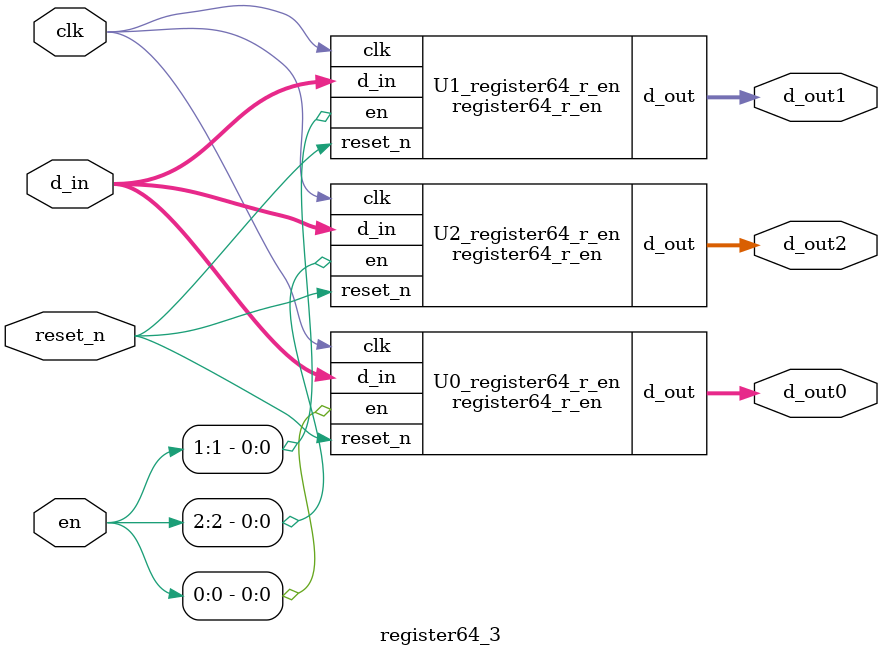
<source format=v>

module Register_file_10_D(clk, reset_n, W_addr, R_addr2, R_addr3, wData, we, rData, rData2);
	input clk, reset_n, we;
	input [15:0]W_addr, R_addr2, R_addr3;
	input [63:0] wData;
	output [63:0] rData, rData2;
	
	wire [9:0] to_reg;
	wire [63:0] from_reg[9:0];
	
	register64_10 U0_register64_10(.clk(clk),.reset_n(reset_n),.en(to_reg),.d_in(wData),.d_out0(from_reg[0]),.d_out1(from_reg[1]),.d_out2(from_reg[2]),.d_out3(from_reg[3]),.d_out4(from_reg[4]),.d_out5(from_reg[5]),.d_out6(from_reg[6]),.d_out7(from_reg[7]),.d_out8(from_reg[8]),.d_out9(from_reg[9]));
	
	write_operation_10_D U1_write_operation(.clk(clk), .reset_n(reset_n),.Addr(W_addr),.we(we),.to_reg(to_reg));
	
	read_operation_10_D U2_read_operation1(.Addr(R_addr2),.Data(rData),.from_reg0(from_reg[0]),.from_reg1(from_reg[1]),.from_reg2(from_reg[2]),.from_reg3(from_reg[3]),.from_reg4(from_reg[4]),.from_reg5(from_reg[5]),.from_reg6(from_reg[6]),.from_reg7(from_reg[7]),.from_reg8(from_reg[8]),.from_reg9(from_reg[9]));
	
	read_operation_10_D U3_read_operation2(.Addr(R_addr3),.Data(rData2),.from_reg0(from_reg[0]),.from_reg1(from_reg[1]),.from_reg2(from_reg[2]),.from_reg3(from_reg[3]),.from_reg4(from_reg[4]),.from_reg5(from_reg[5]),.from_reg6(from_reg[6]),.from_reg7(from_reg[7]),.from_reg8(from_reg[8]),.from_reg9(from_reg[9]));
	
endmodule

module _16_to_10_decoder_D(d, q);
	input [15:0]d;				//input 16bit d
	output reg [9:0]q;		//output reg 10bit q
	
	always@(d) begin
		case(d)							
			16'b0000_0001_0000_0000 : q = 10'b00_0000_0001;//DATA_REG
			16'b0000_0001_0000_0001 : q = 10'b00_0000_0010;
			16'b0000_0001_0000_0010 : q = 10'b00_0000_0100;
			16'b0000_0001_0000_0011 : q = 10'b00_0000_1000;
			16'b0000_0001_0000_0100 : q = 10'b00_0001_0000;
			16'b0000_0001_0000_0101 : q = 10'b00_0010_0000;
			16'b0000_0001_0000_0110 : q = 10'b00_0100_0000;
			16'b0000_0001_0000_0111 : q = 10'b00_1000_0000;
			16'b0000_0001_0000_1000 : q = 10'b01_0000_0000;
			16'b0000_0001_0000_1001 : q = 10'b10_0000_0000;
			default : q = 10'hx;
		endcase
	end
endmodule

module write_operation_10_D(clk, reset_n, Addr, to_reg, we);
	input we, clk, reset_n;				//input we
	input [15:0]Addr;		//input 4bit Addr	
	output [9:0]to_reg;	//output 10bit to_reg
	
	wire[9:0] write_wire;	//wire
	
	_16_to_10_decoder_D U0(.d(Addr),.q(write_wire));	//instance 16 to 10
	_and2 U1(.a(write_wire[0]),.b(we),.y(to_reg[0]));	//intstance and gate
	_and2 U2(.a(write_wire[1]),.b(we),.y(to_reg[1]));	//and gate instance
	_and2 U3(.a(write_wire[2]),.b(we),.y(to_reg[2]));
	_and2 U4(.a(write_wire[3]),.b(we),.y(to_reg[3]));
	_and2 U5(.a(write_wire[4]),.b(we),.y(to_reg[4]));
	_and2 U6(.a(write_wire[5]),.b(we),.y(to_reg[5]));
	_and2 U7(.a(write_wire[6]),.b(we),.y(to_reg[6]));
	_and2 U8(.a(write_wire[7]),.b(we),.y(to_reg[7]));
	_and2 U9(.a(write_wire[8]),.b(we),.y(to_reg[8]));
	_and2 U10(.a(write_wire[9]),.b(we),.y(to_reg[9]));	//---DATA_REG---
	
endmodule

module _10_to_1_MUX_D(a,b,c,d,e,f,g,h,i,j,sel,d_out);
	input [63:0]a,b,c,d,e,f,g,h,i,j;		//input 64bit a~w
	input [15:0]sel;							//input 16bit sel
	output reg[63:0]d_out;					//output reg 64bit d_out
	
	always@(sel,a,b,c,d,e,f,g,h,i,j)		//select
	begin
		case(sel) //choose one.
			16'b0000_0001_0000_0000 : d_out = a;
			16'b0000_0001_0000_0001 : d_out = b;
			16'b0000_0001_0000_0010 : d_out = c;
			16'b0000_0001_0000_0011 : d_out = d;
			16'b0000_0001_0000_0100 : d_out = e;
			16'b0000_0001_0000_0101 : d_out = f;
			16'b0000_0001_0000_0110 : d_out = g;
			16'b0000_0001_0000_0111 : d_out = h;
			16'b0000_0001_0000_1000 : d_out = i;
			16'b0000_0001_0000_1001 : d_out = j;
			default : d_out = 64'hx;
		endcase
	end
endmodule

module read_operation_10_D(Addr,Data,from_reg0,from_reg1,from_reg2,from_reg3,from_reg4,from_reg5,from_reg6,from_reg7,from_reg8,from_reg9);
	input [63:0] from_reg0,from_reg1,from_reg2,from_reg3,from_reg4,from_reg5,from_reg6,from_reg7,from_reg8,from_reg9;
									//input 64bit reg0 ~ reg9
	input [15:0] Addr;		//input 16bit Addr
	output [63:0] Data;		//output 64bit Data
	
	_10_to_1_MUX_D U0(.a(from_reg0),.b(from_reg1),.c(from_reg2),.d(from_reg3),.e(from_reg4),.f(from_reg5),.g(from_reg6),.h(from_reg7),.i(from_reg8),.j(from_reg9),.sel(Addr),.d_out(Data));
endmodule


//--------------------------------------------make_Register_file INST_REG--------------------------------------
module Register_file_10_I(clk, reset_n, W_addr,  wData, we, R_addr, rData);
	input clk, reset_n, we;
	input [15:0]W_addr, R_addr;
	input [63:0] wData;
	output [63:0] rData;
	
	wire [9:0] to_reg;
	wire [63:0] from_reg[9:0];
	
	register64_10 U0_register64_10(.clk(clk),.reset_n(reset_n),.en(to_reg),.d_in(wData),.d_out0(from_reg[0]),.d_out1(from_reg[1]),.d_out2(from_reg[2]),.d_out3(from_reg[3]),.d_out4(from_reg[4]),.d_out5(from_reg[5]),.d_out6(from_reg[6]),.d_out7(from_reg[7]),.d_out8(from_reg[8]),.d_out9(from_reg[9]));
	
	write_operation_10_I U1_write_operation(.clk(clk), .reset_n(reset_n),.Addr(W_addr),.we(we),.to_reg(to_reg));
	
	read_operation_10_I U2_read_operation(.Addr(R_addr),.Data(rData),.from_reg0(from_reg[0]),.from_reg1(from_reg[1]),.from_reg2(from_reg[2]),.from_reg3(from_reg[3]),.from_reg4(from_reg[4]),.from_reg5(from_reg[5]),.from_reg6(from_reg[6]),.from_reg7(from_reg[7]),.from_reg8(from_reg[8]),.from_reg9(from_reg[9]));
	
endmodule

module _16_to_10_decoder_I(d, q);
	input [15:0]d;				//input 16bit d
	output reg [9:0]q;		//output reg 10bit q
	
	always@(d) begin
		case(d)							
			16'b0000_0001_0001_0000 : q = 10'b00_0000_0001;//INST_REG
			16'b0000_0001_0001_0001 : q = 10'b00_0000_0010;
			16'b0000_0001_0001_0010 : q = 10'b00_0000_0100;
			16'b0000_0001_0001_0011 : q = 10'b00_0000_1000;
			16'b0000_0001_0001_0100 : q = 10'b00_0001_0000;
			16'b0000_0001_0001_0101 : q = 10'b00_0010_0000;
			16'b0000_0001_0001_0110 : q = 10'b00_0100_0000;
			16'b0000_0001_0001_0111 : q = 10'b00_1000_0000;
			16'b0000_0001_0001_1000 : q = 10'b01_0000_0000;
			16'b0000_0001_0001_1001 : q = 10'b10_0000_0000;
			default : q = 10'hx;
		endcase
	end
endmodule

module write_operation_10_I(clk, reset_n, Addr, to_reg, we);
	input we, clk, reset_n;				//input we
	input [15:0]Addr;		//input 4bit Addr	
	output [9:0]to_reg;	//output 10bit to_reg
	
	wire[9:0] write_wire;	//wire
	
	_16_to_10_decoder_I U0(.d(Addr),.q(write_wire));	//instance 16 to 10
	_and2 U1(.a(write_wire[0]),.b(we),.y(to_reg[0]));	//intstance and gate
	_and2 U2(.a(write_wire[1]),.b(we),.y(to_reg[1]));	//and gate instance
	_and2 U3(.a(write_wire[2]),.b(we),.y(to_reg[2]));
	_and2 U4(.a(write_wire[3]),.b(we),.y(to_reg[3]));
	_and2 U5(.a(write_wire[4]),.b(we),.y(to_reg[4]));
	_and2 U6(.a(write_wire[5]),.b(we),.y(to_reg[5]));
	_and2 U7(.a(write_wire[6]),.b(we),.y(to_reg[6]));
	_and2 U8(.a(write_wire[7]),.b(we),.y(to_reg[7]));
	_and2 U9(.a(write_wire[8]),.b(we),.y(to_reg[8]));
	_and2 U10(.a(write_wire[9]),.b(we),.y(to_reg[9]));	//---DATA_REG---
	
	
endmodule

module _10_to_1_MUX_I(a,b,c,d,e,f,g,h,i,j,sel,d_out);
	input [63:0]a,b,c,d,e,f,g,h,i,j;		//input 64bit a~w
	input [15:0]sel;							//input 16bit sel
	output reg[63:0]d_out;					//output reg 64bit d_out
	
	always@(sel,a,b,c,d,e,f,g,h,i,j)		//select
	begin
		case(sel) //choose one.
			16'b0000_0001_0001_0000 : d_out = a;
			16'b0000_0001_0001_0001 : d_out = b;
			16'b0000_0001_0001_0010 : d_out = c;
			16'b0000_0001_0001_0011 : d_out = d;
			16'b0000_0001_0001_0100 : d_out = e;
			16'b0000_0001_0001_0101 : d_out = f;
			16'b0000_0001_0001_0110 : d_out = g;
			16'b0000_0001_0001_0111 : d_out = h;
			16'b0000_0001_0001_1000 : d_out = i;
			16'b0000_0001_0001_1001 : d_out = j;
			default : d_out = 64'hx;
		endcase
	end
endmodule

module read_operation_10_I(Addr,Data,from_reg0,from_reg1,from_reg2,from_reg3,from_reg4,from_reg5,from_reg6,from_reg7,from_reg8,from_reg9);
	input [63:0] from_reg0,from_reg1,from_reg2,from_reg3,from_reg4,from_reg5,from_reg6,from_reg7,from_reg8,from_reg9;
									//input 64bit reg0 ~ reg9
	input [15:0] Addr;		//input 16bit Addr
	output [63:0] Data;		//output 64bit Data
	
	_10_to_1_MUX_I U0(.a(from_reg0),.b(from_reg1),.c(from_reg2),.d(from_reg3),.e(from_reg4),.f(from_reg5),.g(from_reg6),.h(from_reg7),.i(from_reg8),.j(from_reg9),.sel(Addr),.d_out(Data));
endmodule





//--------------------------------------------make_Register_file CONT_REG--------------------------------------
module Register_file_3_C(clk, reset_n, W_addr, R_addr, wData, we, rData);
	input clk, reset_n, we;
	input [15:0] W_addr, R_addr;
	input [63:0] wData;
	output [63:0] rData;
	
	wire [2:0] to_reg;
	wire [63:0] from_reg[2:0];
	
	register64_3 U0_register64_3(.clk(clk),.reset_n(reset_n),.en(to_reg),.d_in(wData),.d_out0(from_reg[0]),.d_out1(from_reg[1]),.d_out2(from_reg[2]));
	
	write_operation_3 U1_write_operation(.clk(clk), .reset_n(reset_n),.Addr(W_addr),.we(we),.to_reg(to_reg));
	
	read_operation_3 U2_read_operation(.Addr(R_addr),.Data(rData),.from_reg0(from_reg[0]),.from_reg1(from_reg[1]),.from_reg2(from_reg[2]));

endmodule

module _16_to_3_decoder(d, q);
	input [15:0]d;				//input 16bit d
	output reg [2:0]q;		//output reg 10bit q
	
	always@(d) begin
		case(d)							
			16'b0000_0001_0010_0000 : q = 3'b001;//CONT_REG
			16'b0000_0001_0010_0001 : q = 3'b010;
			16'b0000_0001_0010_0010 : q = 3'b100;
			default : q = 3'hx;
		endcase
	end
endmodule

module write_operation_3(clk, reset_n, Addr, to_reg, we);
	input we, clk, reset_n;				//input we
	input [15:0]Addr;		//input 4bit Addr	
	output [2:0]to_reg;	//output 10bit to_reg
	
	wire[2:0] write_wire;	//wire
	
	_16_to_3_decoder U0(.d(Addr),.q(write_wire));	//instance 16 to 10
	_and2 U1(.a(write_wire[0]),.b(we),.y(to_reg[0]));	//intstance and gate
	_and2 U2(.a(write_wire[1]),.b(we),.y(to_reg[1]));	//and gate instance
	_and2 U3(.a(write_wire[2]),.b(we),.y(to_reg[2]));
endmodule

module read_operation_3(Addr,Data,from_reg0,from_reg1,from_reg2);
	input [63:0] from_reg0,from_reg1,from_reg2;
									//input 64bit reg0 ~ reg9
	input [15:0] Addr;		//input 16bit Addr
	output [63:0] Data;		//output 64bit Data
	
	_3_to_1_MUX U0(.a(from_reg0),.b(from_reg1),.c(from_reg2),.sel(Addr),.d_out(Data));

endmodule

module _3_to_1_MUX(a,b,c,sel,d_out);
	input [63:0]a,b,c;						//input 64bit a~c
	input [15:0]sel;							//input 16bit sel
	output reg[63:0]d_out;					//output reg 64bit d_out
	
	always@(sel,a,b,c)		//select
	begin
		case(sel) //choose one.
			16'b0000_0001_0010_0000 : d_out = a;
			16'b0000_0001_0010_0001 : d_out = b;
			16'b0000_0001_0010_0010 : d_out = c;
			default : d_out = 64'hx;
		endcase
	end
endmodule





//--------------------------------------------make_Register_file----------------------------------------------
module _dff_r_en(clk, reset_n, en, d, q);
	input clk, reset_n, en, d;		//input clk, reset_n, en, d
	output reg q;						//output reg q
	
	always @ (posedge clk or negedge reset_n) begin
		if(~reset_n) q<=1'b0;
		else if(en) q<=d;
		else q<=q;
	end			//setting
endmodule

module register8_r_en(clk,reset_n,d_in,d_out,en);
	input clk,reset_n,en;	//input clk, reset_n, en
	input [7:0]d_in;			//input 8bit d_in
	output [7:0]d_out;		//output 8bit d_out
	
	_dff_r_en U0(.clk(clk),.reset_n(reset_n),.en(en),.d(d_in[0]),.q(d_out[0]));//instance en able d flip flop
	_dff_r_en U1(.clk(clk),.reset_n(reset_n),.en(en),.d(d_in[1]),.q(d_out[1]));//instance en able d flip flop
	_dff_r_en U2(.clk(clk),.reset_n(reset_n),.en(en),.d(d_in[2]),.q(d_out[2]));//instance en able d flip flop
	_dff_r_en U3(.clk(clk),.reset_n(reset_n),.en(en),.d(d_in[3]),.q(d_out[3]));//instance en able d flip flop
	_dff_r_en U4(.clk(clk),.reset_n(reset_n),.en(en),.d(d_in[4]),.q(d_out[4]));//instance en able d flip flop
	_dff_r_en U5(.clk(clk),.reset_n(reset_n),.en(en),.d(d_in[5]),.q(d_out[5]));//instance en able d flip flop
	_dff_r_en U6(.clk(clk),.reset_n(reset_n),.en(en),.d(d_in[6]),.q(d_out[6]));//instance en able d flip flop
	_dff_r_en U7(.clk(clk),.reset_n(reset_n),.en(en),.d(d_in[7]),.q(d_out[7]));//instance en able d flip flop
endmodule

module register64_r_en(clk,reset_n,d_in,d_out,en);
	input clk, reset_n, en;		//input clk, reset_n, en
	input [63:0]d_in;				//input 32bit d_in
	output [63:0]d_out;			//output 32bit d_out
	
	register8_r_en U0(.clk(clk),.reset_n(reset_n),.d_in(d_in[7:0]),.d_out(d_out[7:0]),.en(en));			//instance register8_r_en
	register8_r_en U1(.clk(clk),.reset_n(reset_n),.d_in(d_in[15:8]),.d_out(d_out[15:8]),.en(en));		//instance register8_r_en
	register8_r_en U2(.clk(clk),.reset_n(reset_n),.d_in(d_in[23:16]),.d_out(d_out[23:16]),.en(en));		//instance register8_r_en
	register8_r_en U3(.clk(clk),.reset_n(reset_n),.d_in(d_in[31:24]),.d_out(d_out[31:24]),.en(en));		//instance register8_r_en
	register8_r_en U4(.clk(clk),.reset_n(reset_n),.d_in(d_in[39:32]),.d_out(d_out[39:32]),.en(en));		//instance register8_r_en
	register8_r_en U5(.clk(clk),.reset_n(reset_n),.d_in(d_in[47:40]),.d_out(d_out[47:40]),.en(en));		//instance register8_r_en
	register8_r_en U6(.clk(clk),.reset_n(reset_n),.d_in(d_in[55:48]),.d_out(d_out[55:48]),.en(en));		//instance register8_r_en
	register8_r_en U7(.clk(clk),.reset_n(reset_n),.d_in(d_in[63:56]),.d_out(d_out[63:56]),.en(en));		//instance register8_r_en
endmodule

module register64_10(clk,reset_n,en,d_in,d_out0,d_out1,d_out2,d_out3,d_out4,d_out5,d_out6,d_out7,d_out8,d_out9);

	input clk,reset_n;		//input clk, reset_n
	input [9:0]en;				//input 23bit en
	input [63:0]d_in;			//input 64bit d_in
	output [63:0]d_out0,d_out1,d_out2,d_out3,d_out4,d_out5,d_out6,d_out7,d_out8,d_out9;	//output 64bit 0~9, DATA_REG, INST_REG
	
	register64_r_en U0_register64_r_en(.clk(clk),.reset_n(reset_n),.d_in(d_in),.d_out(d_out0),.en(en[0]));//instance register64_r_en
	register64_r_en U1_register64_r_en(.clk(clk),.reset_n(reset_n),.d_in(d_in),.d_out(d_out1),.en(en[1]));//instance register64_r_en
	register64_r_en U2_register64_r_en(.clk(clk),.reset_n(reset_n),.d_in(d_in),.d_out(d_out2),.en(en[2]));//instance register64_r_en
	register64_r_en U3_register64_r_en(.clk(clk),.reset_n(reset_n),.d_in(d_in),.d_out(d_out3),.en(en[3]));//instance register64_r_en
	register64_r_en U4_register64_r_en(.clk(clk),.reset_n(reset_n),.d_in(d_in),.d_out(d_out4),.en(en[4]));//instance register64_r_en
	register64_r_en U5_register64_r_en(.clk(clk),.reset_n(reset_n),.d_in(d_in),.d_out(d_out5),.en(en[5]));//instance register64_r_en
	register64_r_en U6_register64_r_en(.clk(clk),.reset_n(reset_n),.d_in(d_in),.d_out(d_out6),.en(en[6]));//instance register64_r_en
	register64_r_en U7_register64_r_en(.clk(clk),.reset_n(reset_n),.d_in(d_in),.d_out(d_out7),.en(en[7]));//instance register64_r_en
	register64_r_en U8_register64_r_en(.clk(clk),.reset_n(reset_n),.d_in(d_in),.d_out(d_out8),.en(en[8]));//instance register64_r_en
	register64_r_en U9_register64_r_en(.clk(clk),.reset_n(reset_n),.d_in(d_in),.d_out(d_out9),.en(en[9]));//instance register64_r_en, DATA_REG, INST_REG
	
endmodule 

module register64_3(clk,reset_n,en,d_in,d_out0,d_out1,d_out2);
	input clk,reset_n;						//input clk, reset_n
	input [2:0]en;								//input 3bit en
	input [63:0]d_in;							//input 64bit d_in
	output [63:0]d_out0,d_out1,d_out2;	//output 64bit 0~2, CONT_REG
	
	register64_r_en U0_register64_r_en(.clk(clk),.reset_n(reset_n),.d_in(d_in),.d_out(d_out0),.en(en[0]));//instance register64_r_en
	register64_r_en U1_register64_r_en(.clk(clk),.reset_n(reset_n),.d_in(d_in),.d_out(d_out1),.en(en[1]));//instance register64_r_en
	register64_r_en U2_register64_r_en(.clk(clk),.reset_n(reset_n),.d_in(d_in),.d_out(d_out2),.en(en[2]));//instance register64_r_en, CONT_REG
	
endmodule









/*

//----------------------------------------------------make Register_file23-----------------------------------------
module Register_file_23(clk,reset_n,wAddr,wData,we,rAddr,rData);
	input clk,reset_n,we;		//input clk, reset_n, we
	input [7:0]wAddr, rAddr;	//input 7bit wAddr, rAddr
	input [63:0]wData;			//input 64bit wData
	output [63:0]rData;			//output 64bit rData
	
	wire[9:0]to_reg;				//wire 10bit to_reg
	wire[63:0]from_reg[9:0];	//wire 64bit from_reg 8bit (64bit register * 10)
	
	register64_23 U0_register64_23(.clk(clk),.reset_n(reset_n),.en(to_reg),.d_in(wData),.d_out0(from_reg[0]),.d_out1(from_reg[1]),.d_out2(from_reg[2]),.d_out3(from_reg[3]),.d_out4(from_reg[4]),.d_out5(from_reg[5]),.d_out6(from_reg[6]),.d_out7(from_reg[7]),.d_out8(from_reg[8]),.d_out(from_reg[9]),
	.d_out10(from_reg[10]),.d_out11(from_reg[11]),.d_out12(from_reg[12]),.d_out13(from_reg[13]),.d_out14(from_reg[14]),.d_out15(from_reg[15]),.d_out16(from_reg[16]),.d_out17(from_reg[17]),.d_out18(from_reg[18]),.d_out19(from_reg[19]),
	.d_out20(from_reg[20]),.d_out21(from_reg[21]),.d_out22(from_reg[22]),);
	//register32_8 instance

	write_operation U1(.Addr(wAddr),.we(we),.to_reg(to_reg));
	//instance write operation
	
	read_operation U2(.Addr(rAddr),.Data(rData),.from_reg0(from_reg[0]),.from_reg1(from_reg[1]),.from_reg2(from_reg[2]),.from_reg3(from_reg[3]),.from_reg4(from_reg[4]),.from_reg5(from_reg[5]),.from_reg6(from_reg[6]),.from_reg7(from_reg[7]),.from_reg8(from_reg8[8]),.from_reg9(from_reg9[9])
	,.from_reg10(from_reg[10]),.from_reg11(from_reg[11]),.from_reg12(from_reg[12]),.from_reg13(from_reg[13]),.from_reg14(from_reg[14]),.from_reg15(from_reg[15]),.from_reg16(from_reg[16]),.from_reg17(from_reg[17]),.from_reg18(from_reg[18]),.from_reg19(from_reg[19])
	,.from_reg20(from_reg[20]),.from_reg21(from_reg[21]),.from_reg22(from_reg[22]));	
	//instance read_operation
endmodule

module _16_to_23_decoder(d,q);
	input [7:0]d;				//input 8bit d
	output reg [22:0]q;		//output reg 23bit q
	
	always@(d) begin
		case(d)							
			16'b0000_0001_0000_0000 : q = 23'b000_0000_0000_0000_0000_0001;//DATA_REG
			16'b0000_0001_0000_0001 : q = 23'b000_0000_0000_0000_0000_0010;
			16'b0000_0001_0000_0010 : q = 23'b000_0000_0000_0000_0000_0100;
			16'b0000_0001_0000_0011 : q = 23'b000_0000_0000_0000_0000_1000;
			16'b0000_0001_0000_0100 : q = 23'b000_0000_0000_0000_0001_0000;
			16'b0000_0001_0000_0101 : q = 23'b000_0000_0000_0000_0010_0000;
			16'b0000_0001_0000_0110 : q = 23'b000_0000_0000_0000_0100_0000;
			16'b0000_0001_0000_0111 : q = 23'b000_0000_0000_0000_1000_0000;
			16'b0000_0001_0000_1000 : q = 23'b000_0000_0000_0001_0000_0000;
			16'b0000_0001_0000_1001 : q = 23'b000_0000_0000_0010_0000_0000;
			
			
			16'b0000_0001_0001_0000 : q = 23'b000_0000_0000_0100_0000_0000;//INST_REG
			16'b0000_0001_0001_0001 : q = 23'b000_0000_0000_1000_0000_0000;
			16'b0000_0001_0001_0010 : q = 23'b000_0000_0001_0000_0000_0000;
			16'b0000_0001_0001_0011 : q = 23'b000_0000_0010_0000_0000_0000;
			16'b0000_0001_0001_0100 : q = 23'b000_0000_0100_0000_0000_0000;
			16'b0000_0001_0001_0101 : q = 23'b000_0000_1000_0000_0000_0000;
			16'b0000_0001_0001_0110 : q = 23'b000_0001_0000_0000_0000_0000;
			16'b0000_0001_0001_0111 : q = 23'b000_0010_0000_0000_0000_0000;
			16'b0000_0001_0001_1000 : q = 23'b000_0100_0000_0000_0000_0000;
			16'b0000_0001_0001_0001 : q = 23'b000_1000_0000_0000_0000_0000;
			
			
			16'b0000_0001_0010_0000 : q = 23'b001_0000_0000_0000_0000_0000//CONT_REG
			16'b0000_0001_0010_0001 : q = 23'b010_0000_0000_0000_0000_0000
			16'b0000_0001_0010_0010 : q = 23'b100_0000_0000_0000_0000_0000
			default : q = 23'hx;
		endcase
	end
endmodule

module write_operation(Addr,we,to_reg);
	input we;				//input we
	input [7:0]Addr;		//input 4bit Addr	
	output [22:0]to_reg;	//output 23bit to_reg
	
	wire[22:0] write_wire;	//wire
	
	_16_to_23_decoder U0(.d(Addr),.q(write_wire));		//instance 16 to 23
	_and2 U1(.a(write_wire[0]),.b(we),.y(to_reg[0]));	//intstance and gate
	_and2 U2(.a(write_wire[1]),.b(we),.y(to_reg[1]));	//and gate instance
	_and2 U3(.a(write_wire[2]),.b(we),.y(to_reg[2]));
	_and2 U4(.a(write_wire[3]),.b(we),.y(to_reg[3]));
	_and2 U5(.a(write_wire[4]),.b(we),.y(to_reg[4]));
	_and2 U6(.a(write_wire[5]),.b(we),.y(to_reg[5]));
	_and2 U7(.a(write_wire[6]),.b(we),.y(to_reg[6]));
	_and2 U8(.a(write_wire[7]),.b(we),.y(to_reg[7]));
	_and2 U9(.a(write_wire[8]),.b(we),.y(to_reg[8]));
	_and2 U10(.a(write_wire[9]),.b(we),.y(to_reg[9]));	//---DATA_REG---
	
	_and2 U10(.a(write_wire[10]),.b(we),.y(to_reg[10]));
	_and2 U10(.a(write_wire[11]),.b(we),.y(to_reg[11]));
	_and2 U10(.a(write_wire[12]),.b(we),.y(to_reg[12]));
	_and2 U10(.a(write_wire[13]),.b(we),.y(to_reg[13]));
	_and2 U10(.a(write_wire[14]),.b(we),.y(to_reg[14]));
	_and2 U10(.a(write_wire[15]),.b(we),.y(to_reg[15]));
	_and2 U10(.a(write_wire[16]),.b(we),.y(to_reg[16]));
	_and2 U10(.a(write_wire[17]),.b(we),.y(to_reg[17]));
	_and2 U10(.a(write_wire[18]),.b(we),.y(to_reg[18]));
	_and2 U10(.a(write_wire[19]),.b(we),.y(to_reg[19]));	//---INST_REG---
	
	_and2 U10(.a(write_wire[20]),.b(we),.y(to_reg[20]));
	_and2 U10(.a(write_wire[21]),.b(we),.y(to_reg[21]));
	_and2 U10(.a(write_wire[22]),.b(we),.y(to_reg[22]));	//---CONT_REG---
	
endmodule


module _dff_r_en(clk, reset_n, en, d, q);
	input clk, reset_n, en, d;		//input clk, reset_n, en, d
	output reg q;					//output reg q
	
	always @ (posedge clk or negedge reset_n) begin
		if(~reset_n) q<=1'b0;
		else if(en) q<=d;
		else q<=q;
	end			//setting
endmodule

module register8_r_en(clk,reset_n,d_in,d_out,en);
	input clk,reset_n,en;	//input clk, reset_n, en
	input [7:0]d_in;			//input 8bit d_in
	output [7:0]d_out;		//output 8bit d_out
	
	_dff_r_en U0(.clk(clk),.reset_n(reset_n),.en(en),.d(d_in[0]),.q(d_out[0]));//instance en able d flip flop
	_dff_r_en U1(.clk(clk),.reset_n(reset_n),.en(en),.d(d_in[1]),.q(d_out[1]));//instance en able d flip flop
	_dff_r_en U2(.clk(clk),.reset_n(reset_n),.en(en),.d(d_in[2]),.q(d_out[2]));//instance en able d flip flop
	_dff_r_en U3(.clk(clk),.reset_n(reset_n),.en(en),.d(d_in[3]),.q(d_out[3]));//instance en able d flip flop
	_dff_r_en U4(.clk(clk),.reset_n(reset_n),.en(en),.d(d_in[4]),.q(d_out[4]));//instance en able d flip flop
	_dff_r_en U5(.clk(clk),.reset_n(reset_n),.en(en),.d(d_in[5]),.q(d_out[5]));//instance en able d flip flop
	_dff_r_en U6(.clk(clk),.reset_n(reset_n),.en(en),.d(d_in[6]),.q(d_out[6]));//instance en able d flip flop
	_dff_r_en U7(.clk(clk),.reset_n(reset_n),.en(en),.d(d_in[7]),.q(d_out[7]));//instance en able d flip flop
endmodule

module register64_r_en(clk,reset_n,d_in,d_out,en);
	input clk, reset_n, en;		//input clk, reset_n, en
	input [63:0]d_in;				//input 32bit d_in
	output [63:0]d_out;			//output 32bit d_out
	
	register8_r_en U0(.clk(clk),.reset_n(reset_n),.d_in(d_in[7:0]),.d_out(d_out[7:0]),.en(en));			//instance register8_r_en
	register8_r_en U1(.clk(clk),.reset_n(reset_n),.d_in(d_in[15:8]),.d_out(d_out[15:8]),.en(en));		//instance register8_r_en
	register8_r_en U2(.clk(clk),.reset_n(reset_n),.d_in(d_in[23:16]),.d_out(d_out[23:16]),.en(en));		//instance register8_r_en
	register8_r_en U3(.clk(clk),.reset_n(reset_n),.d_in(d_in[31:24]),.d_out(d_out[31:24]),.en(en));		//instance register8_r_en
	register8_r_en U3(.clk(clk),.reset_n(reset_n),.d_in(d_in[39:32]),.d_out(d_out[39:32]),.en(en));		//instance register8_r_en
	register8_r_en U3(.clk(clk),.reset_n(reset_n),.d_in(d_in[47:40]),.d_out(d_out[47:40]),.en(en));		//instance register8_r_en
	register8_r_en U3(.clk(clk),.reset_n(reset_n),.d_in(d_in[51:48]),.d_out(d_out[51:48]),.en(en));		//instance register8_r_en
	register8_r_en U3(.clk(clk),.reset_n(reset_n),.d_in(d_in[63:52]),.d_out(d_out[63:52]),.en(en));		//instance register8_r_en
endmodule

module register64_23(clk,reset_n,en,d_in,d_out0,d_out1,d_out2,d_out3,d_out4,d_out5,d_out6,d_out7,d_out8,d_out9
d_out10,d_out11,d_out12,d_out13,d_out14,d_out15,d_out16,d_out17,d_out18,d_out19,d_out20
d_out21,d_out22,d_out23);

	input clk,reset_n;		//input clk, reset_n
	input [22:0]en;			//input 23bit en
	input [63:0]d_in;			//input 64bit d_in
	output [63:0]d_out0,d_out1,d_out2,d_out3,d_out4,d_out5,d_out6,d_out7,d_out8,d_out9;	//output 64bit 0~9, DATA_REG
	output [63:0]d_out10,d_out11,d_out12,d_out13,d_out14,d_out15,d_out16,d_out17,d_out18,d_out19;	//output 64bit 10~19, INST_REG
	output [63:0]d_out20,d_out21,d_out22;	//output 64bit 20~22, CONT_REG
	
	register64_r_en U0_register64_r_en(.clk(clk),.reset_n(reset_n),.d_in(d_in),.d_out(d_out0),.en(en[0]));//instance register64_r_en
	register64_r_en U1_register64_r_en(.clk(clk),.reset_n(reset_n),.d_in(d_in),.d_out(d_out1),.en(en[1]));//instance register64_r_en
	register64_r_en U2_register64_r_en(.clk(clk),.reset_n(reset_n),.d_in(d_in),.d_out(d_out2),.en(en[2]));//instance register64_r_en
	register64_r_en U3_register64_r_en(.clk(clk),.reset_n(reset_n),.d_in(d_in),.d_out(d_out3),.en(en[3]));//instance register64_r_en
	register64_r_en U4_register64_r_en(.clk(clk),.reset_n(reset_n),.d_in(d_in),.d_out(d_out4),.en(en[4]));//instance register64_r_en
	register64_r_en U5_register64_r_en(.clk(clk),.reset_n(reset_n),.d_in(d_in),.d_out(d_out5),.en(en[5]));//instance register64_r_en
	register64_r_en U6_register64_r_en(.clk(clk),.reset_n(reset_n),.d_in(d_in),.d_out(d_out6),.en(en[6]));//instance register64_r_en
	register64_r_en U7_register64_r_en(.clk(clk),.reset_n(reset_n),.d_in(d_in),.d_out(d_out7),.en(en[7]));//instance register64_r_en
	register64_r_en U7_register64_r_en(.clk(clk),.reset_n(reset_n),.d_in(d_in),.d_out(d_out8),.en(en[8]));//instance register64_r_en
	register64_r_en U7_register64_r_en(.clk(clk),.reset_n(reset_n),.d_in(d_in),.d_out(d_out9),.en(en[9]));//instance register64_r_en, DATA_REG
	
	register64_r_en U7_register64_r_en(.clk(clk),.reset_n(reset_n),.d_in(d_in),.d_out(d_out10),.en(en[10]));//instance register64_r_en
	register64_r_en U7_register64_r_en(.clk(clk),.reset_n(reset_n),.d_in(d_in),.d_out(d_out11),.en(en[11]));//instance register64_r_en
	register64_r_en U7_register64_r_en(.clk(clk),.reset_n(reset_n),.d_in(d_in),.d_out(d_out12),.en(en[12]));//instance register64_r_en
	register64_r_en U7_register64_r_en(.clk(clk),.reset_n(reset_n),.d_in(d_in),.d_out(d_out13),.en(en[13]));//instance register64_r_en
	register64_r_en U7_register64_r_en(.clk(clk),.reset_n(reset_n),.d_in(d_in),.d_out(d_out14),.en(en[14]));//instance register64_r_en
	register64_r_en U7_register64_r_en(.clk(clk),.reset_n(reset_n),.d_in(d_in),.d_out(d_out15),.en(en[15]));//instance register64_r_en
	register64_r_en U7_register64_r_en(.clk(clk),.reset_n(reset_n),.d_in(d_in),.d_out(d_out16),.en(en[16]));//instance register64_r_en
	register64_r_en U7_register64_r_en(.clk(clk),.reset_n(reset_n),.d_in(d_in),.d_out(d_out17),.en(en[17]));//instance register64_r_en
	register64_r_en U7_register64_r_en(.clk(clk),.reset_n(reset_n),.d_in(d_in),.d_out(d_out18),.en(en[18]));//instance register64_r_en
	register64_r_en U7_register64_r_en(.clk(clk),.reset_n(reset_n),.d_in(d_in),.d_out(d_out19),.en(en[19]));//instance register64_r_en, INST_REG
	
	register64_r_en U7_register64_r_en(.clk(clk),.reset_n(reset_n),.d_in(d_in),.d_out(d_out20),.en(en[20]));//instance register64_r_en
	register64_r_en U7_register64_r_en(.clk(clk),.reset_n(reset_n),.d_in(d_in),.d_out(d_out21),.en(en[21]));//instance register64_r_en
	register64_r_en U7_register64_r_en(.clk(clk),.reset_n(reset_n),.d_in(d_in),.d_out(d_out22),.en(en[22]));//instance register64_r_en, CONT_REG
endmodule

module _23_to_1_MUX(a,b,c,d,e,f,g,h,i,j
,k,l,m,n,o,p,q,r,s,t
,u,v,w,sel,d_out);

	input [63:0]a,b,c,d,e,f,g,h,i,j,k,l,m,n,o,p,q,r,s,t,u,v,w;		//input 64bit a~w
	input [7:0]sel;																//input 8bit sel
	output reg[63:0]d_out;														//output reg 64bit d_out
	
	always@(sel,a,b,c,d,e,f,g,h,i,j,k,l,m,n,o,p,q,r,s,t,u,v,w)		//select
	begin
		case(sel) //choose one.
			8'b0000_0000 : d_out = a;
			8'b0000_0001 : d_out = b;
			8'b0000_0010 : d_out = c;
			8'b0000_0011 : d_out = d;
			8'b0000_0100 : d_out = e;
			8'b0000_0101 : d_out = f;
			8'b0000_0110 : d_out = g;
			8'b0000_0111 : d_out = h;
			8'b0000_1000 : d_out = i;
			8'b0000_1001 : d_out = j;
			
			8'b0001_0000 : d_out = k;
			8'b0001_0001 : d_out = l;
			8'b0001_0010 : d_out = m;
			8'b0001_0011 : d_out = n;
			8'b0001_0100 : d_out = o;
			8'b0001_0101 : d_out = p;
			8'b0001_0110 : d_out = q;
			8'b0001_0111 : d_out = r;
			8'b0001_1000 : d_out = s;
			8'b0001_1001 : d_out = t;
			
			8'b0010_0000 : d_out = u;
			8'b0010_0001 : d_out = v;
			8'b0010_0010 : d_out = w;
			default : d_out = 64'hx;
		endcase
	end
endmodule



module read_operation(Addr,Data,from_reg0,from_reg1,from_reg2,from_reg3,from_reg4,from_reg5,from_reg6,from_reg7,from_reg8,from_reg9,
from_reg10,from_reg11,from_reg12,from_reg13,from_reg14,from_reg15,from_reg16,from_reg17,from_reg18,from_reg19,
from_reg20,from_reg21,from_reg22);
					
	input [63:0] from_reg0,from_reg1,from_reg2,from_reg3,from_reg4,from_reg5,from_reg6,from_reg7,from_reg8,from_reg9;
	input [63:0] from_reg10,from_reg11,from_reg12,from_reg13,from_reg14,from_reg15,from_reg16,from_reg17,from_reg18,from_reg19;
	input [63:0] from_reg20,from_reg21,from_reg22;
									//input 64bit reg0 ~ reg22
	input [7:0] Addr;			//input 8bit Addr
	output [63:0] Data;		//output 64bit Data
	
	_23_to_1_MUX U0(.a(from_reg0),.b(from_reg1),.c(from_reg2),.d(from_reg3),.e(from_reg4),.f(from_reg5),.g(from_reg6),.h(from_reg7),.i(from_reg8),.j(from_reg9),
	.k(from_reg10),.l(from_reg11),.m(from_reg12),.n(from_reg13),.o(from_reg14),.p(from_reg15),.q(from_reg16),.r(from_reg17),.s(from_reg18),.t(from_reg19),
	.u(from_reg20),.v(from_reg21),.w(from_reg22)
	.sel(Addr),.d_out(Data));
									//instance multiplexer
endmodule

*/

</source>
